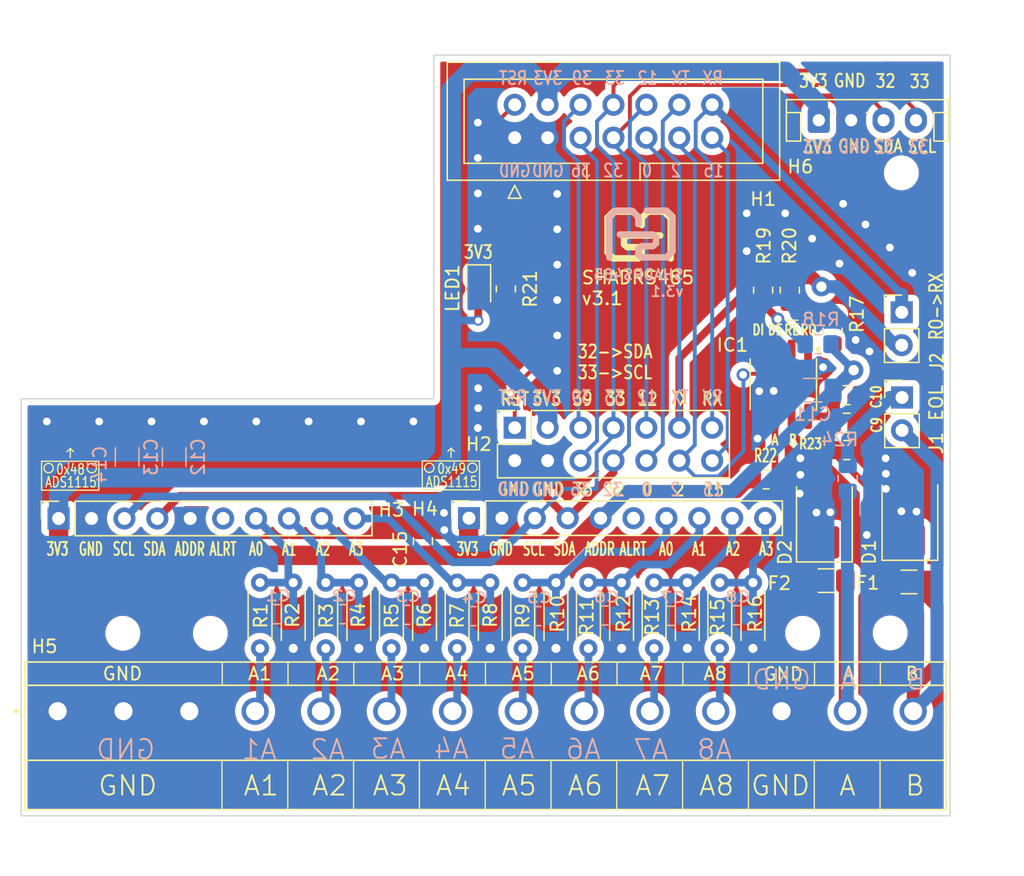
<source format=kicad_pcb>
(kicad_pcb (version 20240108) (generator "pcbnew") (generator_version "8.0")
  (layers (0 "F.Cu" signal) (31 "B.Cu" signal) (34 "B.Paste" user) (35 "F.Paste" user) (36 "B.SilkS" user "B.Silkscreen") (37 "F.SilkS" user "F.Silkscreen") (38 "B.Mask" user) (39 "F.Mask" user) (44 "Edge.Cuts" user))
  (net 0 "")
  (net 1 "GND")
  (net 2 "Net-(H3-Pin_7)")
  (net 3 "Net-(H3-Pin_8)")
  (net 4 "Net-(H3-Pin_9)")
  (net 5 "Net-(H3-Pin_10)")
  (net 6 "Net-(H4-Pin_7)")
  (net 7 "Net-(H4-Pin_8)")
  (net 8 "Net-(H4-Pin_9)")
  (net 9 "Net-(H4-Pin_10)")
  (net 10 "+3.3V")
  (net 11 "RX")
  (net 12 "RST")
  (net 13 "2")
  (net 14 "TX")
  (net 15 "33")
  (net 16 "32")
  (net 17 "39")
  (net 18 "15")
  (net 19 "12")
  (net 20 "36")
  (net 23 "Net-(D1-A1)")
  (net 24 "Net-(H5-Pin_10)")
  (net 25 "Net-(D2-A1)")
  (net 26 "Net-(H5-Pin_11)")
  (net 27 "Net-(IC1-RO)")
  (net 28 "Net-(IC1-DI)")
  (net 29 "Net-(J1-Pin_1)")
  (net 30 "Net-(J2-Pin_2)")
  (net 31 "Net-(LED1-K)")
  (net 32 "Net-(H5-Pin_4)")
  (net 33 "Net-(H5-Pin_5)")
  (net 34 "Net-(H5-Pin_6)")
  (net 35 "Net-(H5-Pin_7)")
  (net 36 "Net-(H5-Pin_8)")
  (net 37 "Net-(H5-Pin_9)")
  (net 38 "BOOT2")
  (net 39 "Net-(H5-Pin_14)")
  (net 40 "Net-(H5-Pin_13)")
  (footprint "Resistor_THT:R_Axial_DIN0204_L3.6mm_D1.6mm_P5.08mm_Horizontal" (layer "F.Cu") (at 107.14736 87.249 90)
    (property "Reference" "R14")
    (property "Value" "R_Small")
  )
  (footprint "Resistor_THT:R_Axial_DIN0204_L3.6mm_D1.6mm_P5.08mm_Horizontal" (layer "F.Cu") (at 97.00768 87.249 90)
    (property "Reference" "R10")
    (property "Value" "R_Small")
  )
  (footprint "MountingHole:MountingHole_2.2mm_M2" (layer "F.Cu") (at 122.809 86.0552)
    (property "Reference" "REF**" (hide yes))
    (property "Value" "MountingHole_2.2mm_M2")
  )
  (footprint "Connector_PinHeader_2.54mm:PinHeader_1x02_P2.54mm_Vertical" (layer "F.Cu") (at 123.7234 67.8688)
    (property "Reference" "J1")
    (property "Value" "Conn_01x02")
  )
  (footprint "MountingHole:MountingHole_2.2mm_M2" (layer "F.Cu") (at 70.3326 86.0806)
    (property "Reference" "REF**" (hide yes))
    (property "Value" "MountingHole_2.2mm_M2")
  )
  (footprint "Connector_PinHeader_2.54mm:PinHeader_1x02_P2.54mm_Vertical" (layer "F.Cu") (at 123.698 61.2902)
    (property "Reference" "J2")
    (property "Value" "Conn_01x02")
  )
  (footprint "Resistor_SMD:R_0805_2012Metric_Pad1.20x1.40mm_HandSolder" (layer "F.Cu") (at 115.062 59.579 -90)
    (property "Reference" "R20")
    (property "Value" "R_Small")
  )
  (footprint "Resistor_THT:R_Axial_DIN0204_L3.6mm_D1.6mm_P5.08mm_Horizontal" (layer "F.Cu") (at 74.168 82.169 -90)
    (property "Reference" "R1")
    (property "Value" "R_Small")
  )
  (footprint "Connector_PinSocket_2.54mm:PinSocket_1x10_P2.54mm_Vertical" (layer "F.Cu") (at 58.6186 77.2156 90)
    (property "Reference" "H3")
    (property "Value" "Conn_01x10")
  )
  (footprint "Resistor_THT:R_Axial_DIN0204_L3.6mm_D1.6mm_P5.08mm_Horizontal" (layer "F.Cu") (at 91.93784 87.249 90)
    (property "Reference" "R8")
    (property "Value" "R_Small")
  )
  (footprint "Connector_JST:JST_EH_S4B-EH_1x04_P2.50mm_Horizontal" (layer "F.Cu") (at 117.2972 46.4566)
    (property "Reference" "H6")
    (property "Value" "Conn_01x04")
  )
  (footprint "Resistor_THT:R_Axial_DIN0204_L3.6mm_D1.6mm_P5.08mm_Horizontal" (layer "F.Cu") (at 84.30768 82.169 -90)
    (property "Reference" "R5")
    (property "Value" "R_Small")
  )
  (footprint "Resistor_THT:R_Axial_DIN0204_L3.6mm_D1.6mm_P5.08mm_Horizontal" (layer "F.Cu") (at 104.58704 82.169 -90)
    (property "Reference" "R13")
    (property "Value" "R_Small")
  )
  (footprint "Resistor_THT:R_Axial_DIN0204_L3.6mm_D1.6mm_P5.08mm_Horizontal" (layer "F.Cu") (at 89.37752 82.169 -90)
    (property "Reference" "R7")
    (property "Value" "R_Small")
  )
  (footprint "Resistor_THT:R_Axial_DIN0204_L3.6mm_D1.6mm_P5.08mm_Horizontal" (layer "F.Cu") (at 112.2172 87.249 90)
    (property "Reference" "R16")
    (property "Value" "R_Small")
  )
  (footprint "Package_SO:SOIC-8_3.9x4.9mm_P1.27mm" (layer "F.Cu") (at 114.5652 66.8528 -90)
    (property "Reference" "IC1")
    (property "Value" "MAX3485")
  )
  (footprint "Diode_SMD:D_SMB" (layer "F.Cu") (at 117.729 76.9112 90)
    (property "Reference" "D2")
    (property "Value" "SM6T6V8A")
  )
  (footprint "Resistor_SMD:R_0805_2012Metric_Pad1.20x1.40mm_HandSolder" (layer "F.Cu") (at 113.2332 74.1934 180)
    (property "Reference" "R22")
    (property "Value" "R_Small")
  )
  (footprint "MountingHole:MountingHole_2.2mm_M2" (layer "F.Cu") (at 123.6726 50.5206)
    (property "Reference" "REF**" (hide yes))
    (property "Value" "MountingHole_2.2mm_M2")
  )
  (footprint "Resistor_SMD:R_0805_2012Metric_Pad1.20x1.40mm_HandSolder" (layer "F.Cu") (at 118.364 62.738 -90)
    (property "Reference" "R17")
    (property "Value" "R_Small")
  )
  (footprint "Capacitor_SMD:C_0805_2012Metric_Pad1.18x1.45mm_HandSolder" (layer "F.Cu") (at 119.4562 67.691 180)
    (property "Reference" "C10")
    (property "Value" "C_Small")
  )
  (footprint "Resistor_THT:R_Axial_DIN0204_L3.6mm_D1.6mm_P5.08mm_Horizontal" (layer "F.Cu") (at 86.868 87.249 90)
    (property "Reference" "R6")
    (property "Value" "R_Small")
  )
  (footprint "Resistor_THT:R_Axial_DIN0204_L3.6mm_D1.6mm_P5.08mm_Horizontal" (layer "F.Cu") (at 109.65688 82.169 -90)
    (property "Reference" "R15")
    (property "Value" "R_Small")
  )
  (footprint "Connector_PinSocket_2.54mm:PinSocket_1x10_P2.54mm_Vertical" (layer "F.Cu") (at 90.297 77.1906 90)
    (property "Reference" "H4")
    (property "Value" "Conn_01x10")
  )
  (footprint "Resistor_SMD:R_0805_2012Metric_Pad1.20x1.40mm_HandSolder" (layer "F.Cu") (at 93.1418 59.4868 -90)
    (property "Reference" "R21")
    (property "Value" "R_Small")
  )
  (footprint "MountingHole:MountingHole_2.2mm_M2" (layer "F.Cu") (at 116.0526 86.0806)
    (property "Reference" "REF**" (hide yes))
    (property "Value" "MountingHole_2.2mm_M2")
  )
  (footprint "Resistor_THT:R_Axial_DIN0204_L3.6mm_D1.6mm_P5.08mm_Horizontal" (layer "F.Cu") (at 81.79816 87.249 90)
    (property "Reference" "R4")
    (property "Value" "R_Small")
  )
  (footprint "Connector_IDC:IDC-Header_2x07_P2.54mm_Vertical" (layer "F.Cu") (at 93.8276 47.8028 90)
    (property "Reference" "H1")
    (property "Value" "Conn_02x07_Top_Bottom")
  )
  (footprint "Resistor_THT:R_Axial_DIN0204_L3.6mm_D1.6mm_P5.08mm_Horizontal" (layer "F.Cu") (at 99.5172 82.169 -90)
    (property "Reference" "R11")
    (property "Value" "R_Small")
  )
  (footprint "Resistor_THT:R_Axial_DIN0204_L3.6mm_D1.6mm_P5.08mm_Horizontal" (layer "F.Cu") (at 79.23784 82.169 -90)
    (property "Reference" "R3")
    (property "Value" "R_Small")
  )
  (footprint "Fuse:Fuse_1206_3216Metric_Pad1.42x1.75mm_HandSolder" (layer "F.Cu") (at 117.856 82.0166 180)
    (property "Reference" "F2")
    (property "Value" "Polyfuse")
  )
  (footprint "Resistor_THT:R_Axial_DIN0204_L3.6mm_D1.6mm_P5.08mm_Horizontal" (layer "F.Cu") (at 102.07752 87.249 90)
    (property "Reference" "R12")
    (property "Value" "R_Small")
  )
  (footprint "Connector_PinSocket_2.54mm:PinSocket_2x07_P2.54mm_Vertical" (layer "F.Cu") (at 93.8276 70.2056 90)
    (property "Reference" "H2")
    (property "Value" "Conn_02x07_Top_Bottom")
  )
  (footprint "MountingHole:MountingHole_2.2mm_M2" (layer "F.Cu") (at 63.5766 86.0806)
    (property "Reference" "REF**" (hide yes))
    (property "Value" "MountingHole_2.2mm_M2")
  )
  (footprint "Resistor_THT:R_Axial_DIN0204_L3.6mm_D1.6mm_P5.08mm_Horizontal" (layer "F.Cu") (at 94.44736 82.169 -90)
    (property "Reference" "R9")
    (property "Value" "R_Small")
  )
  (footprint "Resistor_SMD:R_0805_2012Metric_Pad1.20x1.40mm_HandSolder" (layer "F.Cu") (at 119.4562 71.9328)
    (property "Reference" "R23")
    (property "Value" "R_Small")
  )
  (footprint "Resistor_THT:R_Axial_DIN0204_L3.6mm_D1.6mm_P5.08mm_Horizontal" (layer "F.Cu") (at 76.72832 87.249 90)
    (property "Reference" "R2")
    (property "Value" "R_Small")
  )
  (footprint "Capacitor_SMD:C_0805_2012Metric_Pad1.18x1.45mm_HandSolder" (layer "F.Cu") (at 119.4562 69.8246 180)
    (property "Reference" "C9")
    (property "Value" "C_Small")
  )
  (footprint "extras:MSTB 2,5 14-G-5,08" (layer "F.Cu") (at 56.007 102.1004)
    (property "Reference" "H5")
    (property "Value" "Screw_Terminal_01x14")
  )
  (footprint "Fuse:Fuse_1206_3216Metric_Pad1.42x1.75mm_HandSolder" (layer "F.Cu") (at 124.2568 82.1182 180)
    (property "Reference" "F1")
    (property "Value" "Polyfuse")
  )
  (footprint "LED_SMD:LED_0805_2012Metric_Pad1.15x1.40mm_HandSolder" (layer "F.Cu") (at 91.0082 59.4868 -90)
    (property "Reference" "LED1")
    (property "Value" "LED_Small")
  )
  (footprint "Diode_SMD:D_SMB" (layer "F.Cu") (at 124.333 76.7842 90)
    (property "Reference" "D1")
    (property "Value" "SM6T6V8A")
  )
  (footprint "Resistor_SMD:R_0805_2012Metric_Pad1.20x1.40mm_HandSolder" (layer "F.Cu") (at 113.0046 59.579 -90)
    (property "Reference" "R19")
    (property "Value" "R_Small")
  )
  (footprint "Capacitor_SMD:C_0805_2012Metric_Pad1.18x1.45mm_HandSolder" (layer "F.Cu") (at 86.741 78.9686 -90)
    (property "Reference" "C15")
    (property "Value" "C_Small")
  )
  (footprint "Capacitor_SMD:C_0805_2012Metric_Pad1.18x1.45mm_HandSolder" (layer "B.Cu") (at 110.8964 84.6836)
    (property "Reference" "C8")
    (property "Value" "C_Small")
  )
  (footprint "Capacitor_SMD:C_0805_2012Metric_Pad1.18x1.45mm_HandSolder" (layer "B.Cu") (at 85.4456 84.6582)
    (property "Reference" "C3")
    (property "Value" "C_Small")
  )
  (footprint "Capacitor_SMD:C_1206_3216Metric_Pad1.33x1.80mm_HandSolder" (layer "B.Cu") (at 63.9064 72.4662 90)
    (property "Reference" "C13")
    (property "Value" "C_Small")
  )
  (footprint "Capacitor_SMD:C_1206_3216Metric_Pad1.33x1.80mm_HandSolder" (layer "B.Cu") (at 116.84 67.31)
    (property "Reference" "C11")
    (property "Value" "C_Small")
  )
  (footprint "Capacitor_SMD:C_0805_2012Metric_Pad1.18x1.45mm_HandSolder" (layer "B.Cu") (at 105.8672 84.7344)
    (property "Reference" "C7")
    (property "Value" "C_Small")
  )
  (footprint "Capacitor_SMD:C_0805_2012Metric_Pad1.18x1.45mm_HandSolder" (layer "B.Cu") (at 80.5903 84.6074)
    (property "Reference" "C2")
    (property "Value" "C_Small")
  )
  (footprint "Capacitor_SMD:C_1206_3216Metric_Pad1.33x1.80mm_HandSolder" (layer "B.Cu") (at 67.5386 72.4662 90)
    (property "Reference" "C12")
    (property "Value" "C_Small")
  )
  (footprint "Capacitor_SMD:C_0805_2012Metric_Pad1.18x1.45mm_HandSolder" (layer "B.Cu") (at 95.5802 84.7598)
    (property "Reference" "C5")
    (property "Value" "C_Small")
  )
  (footprint "Capacitor_SMD:C_0805_2012Metric_Pad1.18x1.45mm_HandSolder" (layer "B.Cu") (at 75.4126 84.6074)
    (property "Reference" "C1")
    (property "Value" "C_Small")
  )
  (footprint "Capacitor_SMD:C_0805_2012Metric_Pad1.18x1.45mm_HandSolder" (layer "B.Cu") (at 60.1218 73.0504 90)
    (property "Reference" "C14")
    (property "Value" "C_Small")
  )
  (footprint "Resistor_SMD:R_0805_2012Metric_Pad1.20x1.40mm_HandSolder" (layer "B.Cu") (at 119.5324 74.1172 90)
    (property "Reference" "R24")
    (property "Value" "R_Small")
  )
  (footprint "Capacitor_SMD:C_0805_2012Metric_Pad1.18x1.45mm_HandSolder" (layer "B.Cu") (at 100.7579 84.709)
    (property "Reference" "C6")
    (property "Value" "C_Small")
  )
  (footprint "Capacitor_SMD:C_0805_2012Metric_Pad1.18x1.45mm_HandSolder" (layer "B.Cu") (at 90.5764 84.7598)
    (property "Reference" "C4")
    (property "Value" "C_Small")
  )
  (footprint "Resistor_SMD:R_0805_2012Metric_Pad1.20x1.40mm_HandSolder" (layer "B.Cu") (at 117.2464 63.754 180)
    (property "Reference" "R18")
    (property "Value" "R_Small")
  )
  (gr_line (start 101.1301 57.0611) (end 101.1301 53.96865) (stroke (width 0.5)) (layer "B.SilkS"))
  (gr_line (start 104.7369 55.499) (end 104.4829 55.2831) (stroke (width 0.5)) (layer "B.SilkS"))
  (gr_line (start 103.3653 54.483) (end 103.3653 53.9242) (stroke (width 0.5)) (layer "B.SilkS"))
  (gr_line (start 103.6193 57.0484) (end 103.3653 56.8325) (stroke (width 0.5)) (layer "B.SilkS"))
  (gr_line (start 101.173833 53.900514) (end 101.631033 53.443314) (stroke (width 0.5)) (layer "B.SilkS"))
  (gr_line (start 104.4829 56.1848) (end 103.6193 56.1848) (stroke (width 0.5)) (layer "B.SilkS"))
  (gr_line (start 103.3653 56.4007) (end 103.6193 56.1848) (stroke (width 0.5)) (layer "B.SilkS"))
  (gr_line (start 104.4829 55.2831) (end 101.9429 55.2831) (stroke (width 0.5)) (layer "B.SilkS"))
  (gr_line (start 101.1301 53.9369) (end 101.5873 53.4797) (stroke (width 0.5)) (layer "B.SilkS"))
  (gr_line (start 106.0069 53.8988) (end 105.5497 53.4416) (stroke (width 0.5)) (layer "B.SilkS"))
  (gr_line (start 105.5497 53.4416) (end 104.0257 53.4416) (stroke (width 0.5)) (layer "B.SilkS"))
  (gr_line (start 105.5751 57.0484) (end 103.6193 57.0484) (stroke (width 0.5)) (layer "B.SilkS"))
  (gr_line (start 106.0069 56.5912) (end 106.0069 53.8988) (stroke (width 0.5)) (layer "B.SilkS"))
  (gr_line (start 104.7369 55.9689) (end 104.7369 55.5371) (stroke (width 0.5)) (layer "B.SilkS"))
  (gr_line (start 104.4829 56.1848) (end 104.7369 55.9689) (stroke (width 0.5)) (layer "B.SilkS"))
  (gr_line (start 105.5497 57.0484) (end 106.0069 56.5912) (stroke (width 0.5)) (layer "B.SilkS"))
  (gr_line (start 103.3653 56.8071) (end 103.3653 56.4007) (stroke (width 0.5)) (layer "B.SilkS"))
  (gr_line (start 102.8573 53.4416) (end 101.6381 53.4416) (stroke (width 0.5)) (layer "B.SilkS"))
  (gr_line (start 103.3653 53.9242) (end 102.9081 53.467) (stroke (width 0.5)) (layer "B.SilkS"))
  (gr_line (start 59.5249 71.8058) (end 59.7789 72.0598) (stroke (width 0.1)) (layer "F.SilkS"))
  (gr_line (start 88.9127 71.7804) (end 89.1667 72.0344) (stroke (width 0.1)) (layer "F.SilkS"))
  (gr_line (start 102.2604 55.6133) (end 102.2604 56.0451) (stroke (width 0.5)) (layer "F.SilkS"))
  (gr_line (start 103.378 56.261) (end 103.632 56.4769) (stroke (width 0.5)) (layer "F.SilkS"))
  (gr_line (start 102.9716 53.5178) (end 101.4476 53.5178) (stroke (width 0.5)) (layer "F.SilkS"))
  (gr_line (start 100.9904 56.6674) (end 101.4476 57.1246) (stroke (width 0.5)) (layer "F.SilkS"))
  (gr_line (start 105.3592 53.5178) (end 104.14 53.5178) (stroke (width 0.5)) (layer "F.SilkS"))
  (gr_line (start 103.632 56.9087) (end 103.378 57.1246) (stroke (width 0.5)) (layer "F.SilkS"))
  (gr_line (start 59.5249 72.517) (end 59.5249 71.8058) (stroke (width 0.1)) (layer "F.SilkS"))
  (gr_rect (start 57.3024 72.7964) (end 61.722 75.0316) (stroke (width 0.1)) (fill none) (layer "F.SilkS"))
  (gr_line (start 59.5249 71.8058) (end 59.2709 72.0598) (stroke (width 0.1)) (layer "F.SilkS"))
  (gr_line (start 100.9904 53.975) (end 100.9904 56.6674) (stroke (width 0.5)) (layer "F.SilkS"))
  (gr_circle (center 61.1759 73.324399) (end 61.4553 73.552999) (stroke (width 0.1)) (fill none) (layer "F.SilkS"))
  (gr_line (start 88.9127 72.4916) (end 88.9127 71.7804) (stroke (width 0.1)) (layer "F.SilkS"))
  (gr_circle (center 90.5637 73.298999) (end 90.8431 73.527599) (stroke (width 0.1)) (fill none) (layer "F.SilkS"))
  (gr_circle (center 87.2363 73.298999) (end 87.5157 73.527599) (stroke (width 0.1)) (fill none) (layer "F.SilkS"))
  (gr_line (start 105.8672 54.04485) (end 105.8672 57.1373) (stroke (width 0.5)) (layer "F.SilkS"))
  (gr_line (start 102.5144 55.3593) (end 102.2604 55.5752) (stroke (width 0.5)) (layer "F.SilkS"))
  (gr_line (start 88.9127 71.7804) (end 88.6587 72.0344) (stroke (width 0.1)) (layer "F.SilkS"))
  (gr_line (start 102.2604 56.0451) (end 102.5144 56.261) (stroke (width 0.5)) (layer "F.SilkS"))
  (gr_line (start 104.0892 53.5432) (end 103.632 54.0004) (stroke (width 0.5)) (layer "F.SilkS"))
  (gr_line (start 103.378 56.261) (end 102.5144 56.261) (stroke (width 0.5)) (layer "F.SilkS"))
  (gr_line (start 105.0544 55.3593) (end 102.5144 55.3593) (stroke (width 0.5)) (layer "F.SilkS"))
  (gr_line (start 105.41 53.5559) (end 105.8672 54.0131) (stroke (width 0.5)) (layer "F.SilkS"))
  (gr_line (start 103.378 57.1246) (end 101.4222 57.1246) (stroke (width 0.5)) (layer "F.SilkS"))
  (gr_line (start 114.7318 61.8998) (end 115.697 61.8998) (stroke (width 0.1)) (layer "F.SilkS"))
  (gr_line (start 103.632 56.4769) (end 103.632 56.8833) (stroke (width 0.5)) (layer "F.SilkS"))
  (gr_line (start 103.632 54.0004) (end 103.632 54.5592) (stroke (width 0.5)) (layer "F.SilkS"))
  (gr_rect (start 86.6902 72.771) (end 91.1098 75.0062) (stroke (width 0.1)) (fill none) (layer "F.SilkS"))
  (gr_line (start 105.366267 53.519514) (end 105.823467 53.976714) (stroke (width 0.5)) (layer "F.SilkS"))
  (gr_circle (center 57.8485 73.324399) (end 58.1279 73.552999) (stroke (width 0.1)) (fill none) (layer "F.SilkS"))
  (gr_line (start 101.4476 53.5178) (end 100.9904 53.975) (stroke (width 0.5)) (layer "F.SilkS"))
  (gr_line (start 55.7276 67.9704) (end 87.5792 67.9704) (stroke (width 0.1)) (layer "Edge.Cuts"))
  (gr_line (start 87.5792 41.4274) (end 127.4318 41.4274) (stroke (width 0.1)) (layer "Edge.Cuts"))
  (gr_line (start 127.4318 100.1776) (end 55.7276 100.1776) (stroke (width 0.1)) (layer "Edge.Cuts"))
  (gr_line (start 127.4318 41.4274) (end 127.4318 100.1776) (stroke (width 0.1)) (layer "Edge.Cuts"))
  (gr_line (start 87.5792 63.6651) (end 87.5792 41.4274) (stroke (width 0.1)) (layer "Edge.Cuts"))
  (gr_line (start 55.7276 75.5396) (end 55.7276 67.9704) (stroke (width 0.1)) (layer "Edge.Cuts"))
  (gr_line (start 55.7276 100.1776) (end 55.7276 75.5396) (stroke (width 0.1)) (layer "Edge.Cuts"))
  (gr_line (start 87.5792 67.9704) (end 87.5792 63.6651) (stroke (width 0.1)) (layer "Edge.Cuts"))
  (gr_text "15" (at 110.0328 50.927 0) (layer "B.SilkS") (effects (font (size 1 0.8)) (justify left bottom mirror)))
  (gr_text "RST" (at 94.8436 68.4276 0) (layer "B.SilkS") (effects (font (size 1 0.8)) (justify left bottom mirror)))
  (gr_text "A1" (at 72.644 95.9358 -0) (layer "B.SilkS") (effects (font (size 1.5 1.5)) (justify right bottom mirror)))
  (gr_text "B" (at 123.952 90.551 -0) (layer "B.SilkS") (effects (font (size 1.5 1.5)) (justify right bottom mirror)))
  (gr_text "A2" (at 77.9272 95.9358 -0) (layer "B.SilkS") (effects (font (size 1.5 1.5)) (justify right bottom mirror)))
  (gr_text "39" (at 99.826303 68.4276 0) (layer "B.SilkS") (effects (font (size 1 0.8)) (justify left bottom mirror)))
  (gr_text "3V3" (at 116.0526 49.1236 -0) (layer "B.SilkS") (effects (font (size 1 0.8)) (justify right bottom mirror)))
  (gr_text "0" (at 104.465897 75.565 0) (layer "B.SilkS") (effects (font (size 1 0.8)) (justify left bottom mirror)))
  (gr_text "A3" (at 82.6008 95.885 -0) (layer "B.SilkS") (effects (font (size 1.5 1.5)) (justify right bottom mirror)))
  (gr_text "GND" (at 112.0394 90.551 -0) (layer "B.SilkS") (effects (font (size 1.5 1.5)) (justify right bottom mirror)))
  (gr_text "RX" (at 109.935503 68.4276 0) (layer "B.SilkS") (effects (font (size 1 0.8)) (justify left bottom mirror)))
  (gr_text "GND" (at 97.709497 50.927 0) (layer "B.SilkS") (effects (font (size 1 0.8)) (justify left bottom mirror)))
  (gr_text "15" (at 109.982 75.565 0) (layer "B.SilkS") (effects (font (size 1 0.8)) (justify left bottom mirror)))
  (gr_text "36" (at 99.792297 50.927 0) (layer "B.SilkS") (effects (font (size 1 0.8)) (justify left bottom mirror)))
  (gr_text "33" (at 102.417103 43.7896 0) (layer "B.SilkS") (effects (font (size 1 0.8)) (justify left bottom mirror)))
  (gr_text "33" (at 102.366303 68.4276 0) (layer "B.SilkS") (effects (font (size 1 0.8)) (justify left bottom mirror)))
  (gr_text "SHADRS485\nv3.1" (at 106.9467 60.1472 0) (layer "B.SilkS") (effects (font (size 0.8 0.8)) (justify left bottom mirror)))
  (gr_text "32" (at 102.281497 50.927 0) (layer "B.SilkS") (effects (font (size 1 0.8)) (justify left bottom mirror)))
  (gr_text "GND" (at 95.1484 50.927 0) (layer "B.SilkS") (effects (font (size 1 0.8)) (justify left bottom mirror)))
  (gr_text "GND" (at 97.658697 75.565 0) (layer "B.SilkS") (effects (font (size 1 0.8)) (justify left bottom mirror)))
  (gr_text "2" (at 106.751897 50.927 0) (layer "B.SilkS") (effects (font (size 1 0.8)) (justify left bottom mirror)))
  (gr_text "GND" (at 95.0214 75.5396 0) (layer "B.SilkS") (effects (font (size 1 0.8)) (justify left bottom mirror)))
  (gr_text "GND" (at 61.4172 95.9358 -0) (layer "B.SilkS") (effects (font (size 1.5 1.5)) (justify right bottom mirror)))
  (gr_text "0" (at 104.516697 50.927 0) (layer "B.SilkS") (effects (font (size 1 0.8)) (justify left bottom mirror)))
  (gr_text "A5" (at 92.5576 95.885 -0) (layer "B.SilkS") (effects (font (size 1.5 1.5)) (justify right bottom mirror)))
  (gr_text "3V3" (at 97.536 68.4276 0) (layer "B.SilkS") (effects (font (size 1 0.8)) (justify left bottom mirror)))
  (gr_text "A" (at 118.8466 90.551 -0) (layer "B.SilkS") (effects (font (size 1.5 1.5)) (justify right bottom mirror)))
  (gr_text "12" (at 104.931703 43.7896 0) (layer "B.SilkS") (effects (font (size 1 0.8)) (justify left bottom mirror)))
  (gr_text "RST" (at 94.8944 43.7896 0) (layer "B.SilkS") (effects (font (size 1 0.8)) (justify left bottom mirror)))
  (gr_text "RX" (at 109.986303 43.7896 0) (layer "B.SilkS") (effects (font (size 1 0.8)) (justify left bottom mirror)))
  (gr_text "2" (at 106.701097 75.565 0) (layer "B.SilkS") (effects (font (size 1 0.8)) (justify left bottom mirror)))
  (gr_text "A7" (at 102.87 95.9358 -0) (layer "B.SilkS") (effects (font (size 1.5 1.5)) (justify right bottom mirror)))
  (gr_text "A6" (at 97.663 95.9104 -0) (layer "B.SilkS") (effects (font (size 1.5 1.5)) (justify right bottom mirror)))
  (gr_text "36" (at 99.741497 75.565 0) (layer "B.SilkS") (effects (font (size 1 0.8)) (justify left bottom mirror)))
  (gr_text "TX" (at 107.420903 43.7896 0) (layer "B.SilkS") (effects (font (size 1 0.8)) (justify left bottom mirror)))
  (gr_text "GND" (at 118.7196 49.0982 -0) (layer "B.SilkS") (effects (font (size 1 0.8)) (justify right bottom mirror)))
  (gr_text "33" (at 124.1552 49.149 -0) (layer "B.SilkS") (effects (font (size 1 0.8)) (justify right bottom mirror)))
  (gr_text "12" (at 104.880903 68.4276 0) (layer "B.SilkS") (effects (font (size 1 0.8)) (justify left bottom mirror)))
  (gr_text "32" (at 102.230697 75.565 0) (layer "B.SilkS") (effects (font (size 1 0.8)) (justify left bottom mirror)))
  (gr_text "39" (at 99.877103 43.7896 0) (layer "B.SilkS") (effects (font (size 1 0.8)) (justify left bottom mirror)))
  (gr_text "32" (at 121.5136 49.1236 -0) (layer "B.SilkS") (effects (font (size 1 0.8)) (justify right bottom mirror)))
  (gr_text "TX" (at 107.370103 68.4276 0) (layer "B.SilkS") (effects (font (size 1 0.8)) (justify left bottom mirror)))
  (gr_text "A4" (at 87.4776 95.885 -0) (layer "B.SilkS") (effects (font (size 1.5 1.5)) (justify right bottom mirror)))
  (gr_text "3V3" (at 97.5868 43.7896 0) (layer "B.SilkS") (effects (font (size 1 0.8)) (justify left bottom mirror)))
  (gr_text "A8" (at 107.7976 95.9358 -0) (layer "B.SilkS") (effects (font (size 1.5 1.5)) (justify right bottom mirror)))
  (gr_text "3V3" (at 89.8144 57.2262 0) (layer "F.SilkS") (effects (font (size 1 0.8)) (justify left bottom)))
  (gr_text "GND" (at 61.5696 98.7298 0) (layer "F.SilkS") (effects (font (size 1.5 1.5)) (justify left bottom)))
  (gr_text "EOL" (at 126.9492 69.7738 90) (layer "F.SilkS") (effects (font (size 1 1)) (justify left bottom)))
  (gr_text "ADDR" (at 67.4878 80.1624 0) (layer "F.SilkS") (effects (font (size 1 0.6)) (justify left bottom)))
  (gr_text "A7" (at 103.0224 98.7298 0) (layer "F.SilkS") (effects (font (size 1.5 1.5)) (justify left bottom)))
  (gr_text "32->SDA\n33->SCL" (at 98.6028 66.5226 0) (layer "F.SilkS") (effects (font (size 1 0.8)) (justify left bottom)))
  (gr_text "A2" (at 78.4352 89.789 0) (layer "F.SilkS") (effects (font (size 1 1)) (justify left bottom)))
  (gr_text "0x49" (at 87.7951 73.8378 0) (layer "F.SilkS") (effects (font (size 0.8 0.6) (thickness 0.1) (bold yes)) (justify left bottom)))
  (gr_text "ADS1115" (at 86.9061 74.8538 0) (layer "F.SilkS") (effects (font (size 0.8 0.6) (thickness 0.1)) (justify left bottom)))
  (gr_text "SCL" (at 124.0536 49.0474 0) (layer "F.SilkS") (effects (font (size 1 0.8)) (justify left bottom)))
  (gr_text "0" (at 103.6066 75.565 0) (layer "F.SilkS") (effects (font (size 1 0.8)) (justify left bottom)))
  (gr_text "3V3" (at 95.0976 68.58 0) (layer "F.SilkS") (effects (font (size 1 0.8)) (justify left bottom)))
  (gr_text "A3" (at 82.7532 98.7298 0) (layer "F.SilkS") (effects (font (size 1.5 1.5)) (justify left bottom)))
  (gr_text "RE" (at 114.554 63.119 0) (layer "F.SilkS") (effects (font (size 0.8 0.6)) (justify left bottom)))
  (gr_text "GND" (at 92.4306 75.5396 0) (layer "F.SilkS") (effects (font (size 1 0.8)) (justify left bottom)))
  (gr_text "33" (at 100.7618 68.58 0) (layer "F.SilkS") (effects (font (size 1 0.8)) (justify left bottom)))
  (gr_text "ADDR" (at 99.1362 80.1624 0) (layer "F.SilkS") (effects (font (size 1 0.6)) (justify left bottom)))
  (gr_text "3V3" (at 57.6072 80.1624 0) (layer "F.SilkS") (effects (font (size 1 0.6)) (justify left bottom)))
  (gr_text "39" (at 98.1964 68.58 0) (layer "F.SilkS") (effects (font (size 1 0.8)) (justify left bottom)))
  (gr_text "TX" (at 105.791 68.58 0) (layer "F.SilkS") (effects (font (size 1 0.8)) (justify left bottom)))
  (gr_text "SCL" (at 62.7126 80.1624 0) (layer "F.SilkS") (effects (font (size 1 0.6)) (justify left bottom)))
  (gr_text "GND" (at 111.9632 98.7298 0) (layer "F.SilkS") (effects (font (size 1.5 1.5)) (justify left bottom)))
  (gr_text "RO->RX" (at 126.9492 63.5254 90) (layer "F.SilkS") (effects (font (size 1 0.8)) (justify left bottom)))
  (gr_text "DI" (at 112.0902 63.119 0) (layer "F.SilkS") (effects (font (size 0.8 0.6)) (justify left bottom)))
  (gr_text "ALRT" (at 70.1802 80.1624 0) (layer "F.SilkS") (effects (font (size 1 0.6)) (justify left bottom)))
  (gr_text "A5" (at 93.472 89.789 0) (layer "F.SilkS") (effects (font (size 1 1)) (justify left bottom)))
  (gr_text "B" (at 114.9096 71.628 0) (layer "F.SilkS") (effects (font (size 0.8 0.6)) (justify left bottom)))
  (gr_text "3V3" (at 115.6716 44.0182 0) (layer "F.SilkS") (effects (font (size 1 0.8)) (justify left bottom)))
  (gr_text "3V3" (at 89.2556 80.1624 0) (layer "F.SilkS") (effects (font (size 1 0.6)) (justify left bottom)))
  (gr_text "ADS1115" (at 57.5183 74.8792 0) (layer "F.SilkS") (effects (font (size 0.8 0.6) (thickness 0.1)) (justify left bottom)))
  (gr_text "A1" (at 73.152 89.789 0) (layer "F.SilkS") (effects (font (size 1 1)) (justify left bottom)))
  (gr_text "A" (at 119.0752 89.7636 0) (layer "F.SilkS") (effects (font (size 1 1)) (justify left bottom)))
  (gr_text "A8" (at 107.95 98.7298 0) (layer "F.SilkS") (effects (font (size 1.5 1.5)) (justify left bottom)))
  (gr_text "33" (at 124.2314 44.0436 0) (layer "F.SilkS") (effects (font (size 1 0.8)) (justify left bottom)))
  (gr_text "A1" (at 75.7682 80.1624 0) (layer "F.SilkS") (effects (font (size 1 0.6)) (justify left bottom)))
  (gr_text "A6" (at 97.8154 98.7298 0) (layer "F.SilkS") (effects (font (size 1.5 1.5)) (justify left bottom)))
  (gr_text "A2" (at 78.0796 98.7298 0) (layer "F.SilkS") (effects (font (size 1.5 1.5)) (justify left bottom)))
  (gr_text "32" (at 121.5898 44.0182 0) (layer "F.SilkS") (effects (font (size 1 0.8)) (justify left bottom)))
  (gr_text "RX" (at 108.204 68.58 0) (layer "F.SilkS") (effects (font (size 1 0.8)) (justify left bottom)))
  (gr_text "0x48" (at 58.3692 73.8886 0) (layer "F.SilkS") (effects (font (size 0.8 0.6) (thickness 0.1) (bold yes)) (justify left bottom)))
  (gr_text "A4" (at 87.63 98.7298 0) (layer "F.SilkS") (effects (font (size 1.5 1.5)) (justify left bottom)))
  (gr_text "DE" (at 113.284 63.119 0) (layer "F.SilkS") (effects (font (size 0.8 0.6)) (justify left bottom)))
  (gr_text "SCL" (at 94.361 80.1624 0) (layer "F.SilkS") (effects (font (size 1 0.6)) (justify left bottom)))
  (gr_text "15" (at 108.3564 75.565 0) (layer "F.SilkS") (effects (font (size 1 0.8)) (justify left bottom)))
  (gr_text "GND" (at 91.7448 80.1624 0) (layer "F.SilkS") (effects (font (size 1 0.6)) (justify left bottom)))
  (gr_text "A1" (at 72.7964 98.7298 0) (layer "F.SilkS") (effects (font (size 1.5 1.5)) (justify left bottom)))
  (gr_text "GND" (at 61.9252 89.789 0) (layer "F.SilkS") (effects (font (size 1 1)) (justify left bottom)))
  (gr_text "A3" (at 83.4136 89.789 0) (layer "F.SilkS") (effects (font (size 1 1)) (justify left bottom)))
  (gr_text "A" (at 113.5634 71.628 0) (layer "F.SilkS") (effects (font (size 0.8 0.6)) (justify left bottom)))
  (gr_text "SDA" (at 65.0748 80.1624 0) (layer "F.SilkS") (effects (font (size 1 0.6)) (justify left bottom)))
  (gr_text "A3" (at 80.9498 80.1624 0) (layer "F.SilkS") (effects (font (size 1 0.6)) (justify left bottom)))
  (gr_text "A8" (at 108.3056 89.789 0) (layer "F.SilkS") (effects (font (size 1 1)) (justify left bottom)))
  (gr_text "B" (at 123.8758 98.7298 0) (layer "F.SilkS") (effects (font (size 1.5 1.5)) (justify left bottom)))
  (gr_text "A2" (at 110.0328 80.1624 0) (layer "F.SilkS") (effects (font (size 1 0.6)) (justify left bottom)))
  (gr_text "RO" (at 115.7986 63.119 0) (layer "F.SilkS") (effects (font (size 0.8 0.6)) (justify left bottom)))
  (gr_text "SHADRS485\nv3.1" (at 98.9076 60.8076 0) (layer "F.SilkS") (effects (font (size 1 1)) (justify left bottom)))
  (gr_text "A1" (at 107.4166 80.1624 0) (layer "F.SilkS") (effects (font (size 1 0.6)) (justify left bottom)))
  (gr_text "A7" (at 103.378 89.789 0) (layer "F.SilkS") (effects (font (size 1 1)) (justify left bottom)))
  (gr_text "GND" (at 112.9284 89.8144 0) (layer "F.SilkS") (effects (font (size 1 1)) (justify left bottom)))
  (gr_text "A4" (at 88.3412 89.789 0) (layer "F.SilkS") (effects (font (size 1 1)) (justify left bottom)))
  (gr_text "A2" (at 78.3844 80.1624 0) (layer "F.SilkS") (effects (font (size 1 0.6)) (justify left bottom)))
  (gr_text "A0\n" (at 73.2282 80.1624 0) (layer "F.SilkS") (effects (font (size 1 0.6)) (justify left bottom)))
  (gr_text "ALRT" (at 101.8286 80.1624 0) (layer "F.SilkS") (effects (font (size 1 0.6)) (justify left bottom)))
  (gr_text "B" (at 123.9012 89.789 0) (layer "F.SilkS") (effects (font (size 1 1)) (justify left bottom)))
  (gr_text "2" (at 106.0704 75.565 0) (layer "F.SilkS") (effects (font (size 1 0.8)) (justify left bottom)))
  (gr_text "12" (at 103.2256 68.58 0) (layer "F.SilkS") (effects (font (size 1 0.8)) (justify left bottom)))
  (gr_text "SDA" (at 96.7232 80.1624 0) (layer "F.SilkS") (effects (font (size 1 0.6)) (justify left bottom)))
  (gr_text "A0\n" (at 104.8766 80.1624 0) (layer "F.SilkS") (effects (font (size 1 0.6)) (justify left bottom)))
  (gr_text "A" (at 118.7704 98.7298 0) (layer "F.SilkS") (effects (font (size 1.5 1.5)) (justify left bottom)))
  (gr_text "GND" (at 60.0964 80.1624 0) (layer "F.SilkS") (effects (font (size 1 0.6)) (justify left bottom)))
  (gr_text "32" (at 100.6856 75.565 0) (layer "F.SilkS") (effects (font (size 1 0.8)) (justify left bottom)))
  (gr_text "3V3" (at 115.9764 49.0982 0) (layer "F.SilkS") (effects (font (size 1 0.8)) (justify left bottom)))
  (gr_text "36" (at 98.2472 75.565 0) (layer "F.SilkS") (effects (font (size 1 0.8)) (justify left bottom)))
  (gr_text "A5" (at 92.71 98.7298 0) (layer "F.SilkS") (effects (font (size 1.5 1.5)) (justify left bottom)))
  (gr_text "A6" (at 98.5012 89.789 0) (layer "F.SilkS") (effects (font (size 1 1)) (justify left bottom)))
  (gr_text "GND" (at 95.123 75.565 0) (layer "F.SilkS") (effects (font (size 1 0.8)) (justify left bottom)))
  (gr_text "GND" (at 118.364 43.9928 0) (layer "F.SilkS") (effects (font (size 1 0.8)) (justify left bottom)))
  (gr_text "GND" (at 118.6942 49.0474 0) (layer "F.SilkS") (effects (font (size 1 0.8)) (justify left bottom)))
  (gr_text "SDA" (at 121.412 49.022 0) (layer "F.SilkS") (effects (font (size 1 0.8)) (justify left bottom)))
  (gr_text "RST" (at 92.6592 68.58 0) (layer "F.SilkS") (effects (font (size 1 0.8)) (justify left bottom)))
  (gr_text "A3" (at 112.5982 80.1624 0) (layer "F.SilkS") (effects (font (size 1 0.6)) (justify left bottom)))
  (segment (start 68.9864 76.9874) (end 68.7324 77.2414) (width 0.6) (layer "F.Cu") (net 1))
  (via (at 121.2088 64.3128) (size 1) (drill 0.6) (layers "F.Cu" "B.Cu") (net 1))
  (via (at 124.841 76.6826) (size 1) (drill 0.6) (layers "F.Cu" "B.Cu") (net 1))
  (via (at 81.962168 69.723) (size 1) (drill 0.6) (layers "F.Cu" "B.Cu") (net 1))
  (via (at 97.1042 57.61228) (size 1) (drill 0.6) (layers "F.Cu" "B.Cu") (net 1))
  (via (at 120.142 63.4238) (size 1) (drill 0.6) (layers "F.Cu" "B.Cu") (net 1))
  (via (at 65.793256 69.723) (size 1) (drill 0.6) (layers "F.Cu" "B.Cu") (net 1))
  (via (at 77.91994 69.723) (size 1) (drill 0.6) (layers "F.Cu" "B.Cu") (net 1))
  (via (at 122.4788 74.93) (size 1) (drill 0.6) (layers "F.Cu" "B.Cu") (net 1))
  (via (at 116.7892 55.6006) (size 1) (drill 0.6) (layers "F.Cu" "B.Cu") (net 1))
  (via (at 122.7836 56.2864) (size 1) (drill 0.6) (layers "F.Cu" "B.Cu") (net 1))
  (via (at 123.6726 76.6572) (size 1) (drill 0.6) (layers "F.Cu" "B.Cu") (net 1))
  (via (at 120.904 54.5084) (size 1) (drill 0.6) (layers "F.Cu" "B.Cu") (net 1))
  (via (at 119.1768 52.9082) (size 1) (drill 0.6) (layers "F.Cu" "B.Cu") (net 1))
  (via (at 90.9828 54.8386) (size 1) (drill 0.6) (layers "F.Cu" "B.Cu") (net 1))
  (via (at 115.824 75.2856) (size 1) (drill 0.6) (layers "F.Cu" "B.Cu") (net 1))
  (via (at 114.7064 53.6448) (size 1) (drill 0.6) (layers "F.Cu" "B.Cu") (net 1))
  (via (at 69.835484 69.723) (size 1) (drill 0.6) (layers "F.Cu" "B.Cu") (net 1))
  (via (at 118.1862 76.7334) (size 1) (drill 0.6) (layers "F.Cu" "B.Cu") (net 1))
  (via (at 111.7346 56.5658) (size 1) (drill 0.6) (layers "F.Cu" "B.Cu") (net 1))
  (via (at 117.6274 65.532) (size 1) (drill 0.6) (layers "F.Cu" "B.Cu") (net 1))
  (via (at 117.1194 76.7588) (size 1) (drill 0.6) (layers "F.Cu" "B.Cu") (net 1))
  (via (at 90.9828 49.37252) (size 1) (drill 0.6) (layers "F.Cu" "B.Cu") (net 1))
  (via (at 73.877712 69.723) (size 1) (drill 0.6) (layers "F.Cu" "B.Cu") (net 1))
  (via (at 97.1042 63.07836) (size 1) (drill 0.6) (layers "F.Cu" "B.Cu") (net 1))
  (via (at 115.8748 72.5678) (size 1) (drill 0.6) (layers "F.Cu" "B.Cu") (net 1))
  (via (at 113.8174 67.3608) (size 1) (drill 0.6) (layers "F.Cu" "B.Cu") (net 1))
  (via (at 121.0056 78.486) (size 1) (drill 0.6) (layers "F.Cu" "B.Cu") (net 1))
  (via (at 61.751028 69.723) (size 1) (drill 0.6) (layers "F.Cu" "B.Cu") (net 1))
  (via (at 122.4534 72.5678) (size 1) (drill 0.6) (layers "F.Cu" "B.Cu") (net 1))
  (via (at 57.7088 69.723) (size 1) (drill 0.6) (layers "F.Cu" "B.Cu") (net 1))
  (via (at 124.5108 58.2422) (size 1) (drill 0.6) (layers "F.Cu" "B.Cu") (net 1))
  (via (at 88.3666 76.7842) (size 1) (drill 0.6) (layers "F.Cu" "B.Cu") (net 1))
  (via (at 97.1042 65.8114) (size 1) (drill 0.6) (layers "F.Cu" "B.Cu") (net 1))
  (via (at 112.5728 71.0438) (size 1) (drill 0.6) (layers "F.Cu" "B.Cu") (net 1))
  (via (at 122.4788 73.7616) (size 1) (drill 0.6) (layers "F.Cu" "B.Cu") (net 1))
  (via (at 91.0082 68.6943) (size 1) (drill 0.6) (layers "F.Cu" "B.Cu") (net 1))
  (via (at 115.8748 73.8378) (size 1) (drill 0.6) (layers "F.Cu" "B.Cu") (net 1))
  (via (at 112.6998 67.3862) (size 1) (drill 0.6) (layers "F.Cu" "B.Cu") (net 1))
  (via (at 97.1042 60.34532) (size 1) (drill 0.6) (layers "F.Cu" "B.Cu") (net 1))
  (via (at 91.0082 67.1576) (size 1) (drill 0.6) (layers "F.Cu" "B.Cu") (net 1))
  (via (at 97.1042 52.1462) (size 1) (drill 0.6) (layers "F.Cu" "B.Cu") (net 1))
  (via (at 97.1042 54.87924) (size 1) (drill 0.6) (layers "F.Cu" "B.Cu") (net 1))
  (via (at 118.8974 57.531) (size 1) (drill 0.6) (layers "F.Cu" "B.Cu") (net 1))
  (via (at 88.392 78.105) (size 1) (drill 0.6) (layers "F.Cu" "B.Cu") (net 1))
  (via (at 90.9828 70.231) (size 1) (drill 0.6) (layers "F.Cu" "B.Cu") (net 1))
  (via (at 90.9828 52.10556) (size 1) (drill 0.6) (layers "F.Cu" "B.Cu") (net 1))
  (via (at 111.7346 53.6448) (size 1) (drill 0.6) (layers "F.Cu" "B.Cu") (net 1))
  (via (at 86.0044 69.723) (size 1) (drill 0.6) (layers "F.Cu" "B.Cu") (net 1))
  (via (at 90.9828 46.63948) (size 1) (drill 0.6) (layers "F.Cu" "B.Cu") (net 1))
  (segment (start 76.3524 79.7094) (end 76.3524 81.79308) (width 0.6) (layer "B.Cu") (net 2))
  (segment (start 73.8586 77.2156) (end 76.3524 79.7094) (width 0.6) (layer "B.Cu") (net 2))
  (segment (start 76.72832 84.32918) (end 76.4501 84.6074) (width 0.6) (layer "B.Cu") (net 2))
  (segment (start 76.3524 81.79308) (end 76.72832 82.169) (width 0.6) (layer "B.Cu") (net 2))
  (segment (start 76.72832 82.169) (end 76.72832 84.32918) (width 0.6) (layer "B.Cu") (net 2))
  (segment (start 76.72832 82.169) (end 74.168 82.169) (width 0.6) (layer "B.Cu") (net 2))
  (segment (start 78.8924 81.82356) (end 79.23784 82.169) (width 0.6) (layer "B.Cu") (net 3))
  (segment (start 81.79816 82.169) (end 81.79816 84.43704) (width 0.6) (layer "B.Cu") (net 3))
  (segment (start 78.8924 79.7094) (end 78.8924 81.82356) (width 0.6) (layer "B.Cu") (net 3))
  (segment (start 81.79816 84.43704) (end 81.6278 84.6074) (width 0.6) (layer "B.Cu") (net 3))
  (segment (start 76.3986 77.2156) (end 78.8924 79.7094) (width 0.6) (layer "B.Cu") (net 3))
  (segment (start 81.79816 82.169) (end 79.23784 82.169) (width 0.6) (layer "B.Cu") (net 3))
  (segment (start 83.892 82.169) (end 84.30768 82.169) (width 0.6) (layer "B.Cu") (net 4))
  (segment (start 86.868 85.0099) (end 86.5339 85.344) (width 0.6) (layer "B.Cu") (net 4))
  (segment (start 86.868 82.169) (end 86.868 85.0099) (width 0.6) (layer "B.Cu") (net 4))
  (segment (start 86.868 82.169) (end 84.30768 82.169) (width 0.6) (layer "B.Cu") (net 4))
  (segment (start 78.9386 77.2156) (end 83.892 82.169) (width 0.6) (layer "B.Cu") (net 4))
  (segment (start 91.93784 84.43586) (end 91.6139 84.7598) (width 0.6) (layer "B.Cu") (net 5))
  (segment (start 84.0482 77.2156) (end 89.0016 82.169) (width 0.6) (layer "B.Cu") (net 5))
  (segment (start 91.93784 82.169) (end 91.93784 84.43586) (width 0.6) (layer "B.Cu") (net 5))
  (segment (start 91.93784 82.169) (end 89.37752 82.169) (width 0.6) (layer "B.Cu") (net 5))
  (segment (start 81.4786 77.2156) (end 84.0482 77.2156) (width 0.6) (layer "B.Cu") (net 5))
  (segment (start 89.0016 82.169) (end 89.37752 82.169) (width 0.6) (layer "B.Cu") (net 5))
  (segment (start 97.00768 82.18932) (end 97.00768 84.36982) (width 0.6) (layer "B.Cu") (net 6))
  (segment (start 104.2162 79.7814) (end 99.4156 79.7814) (width 0.6) (layer "B.Cu") (net 6))
  (segment (start 97.00768 84.36982) (end 96.6177 84.7598) (width 0.6) (layer "B.Cu") (net 6))
  (segment (start 99.4156 79.7814) (end 97.00768 82.18932) (width 0.6) (layer "B.Cu") (net 6))
  (segment (start 105.537 78.4606) (end 104.2162 79.7814) (width 0.6) (layer "B.Cu") (net 6))
  (segment (start 105.537 77.1906) (end 105.537 78.4606) (width 0.6) (layer "B.Cu") (net 6))
  (segment (start 97.00768 82.169) (end 94.44736 82.169) (width 0.6) (layer "B.Cu") (net 6))
  (segment (start 103.4796 80.772) (end 102.07752 82.17408) (width 0.6) (layer "B.Cu") (net 7))
  (segment (start 108.077 77.1906) (end 108.077 78.359) (width 0.6) (layer "B.Cu") (net 7))
  (segment (start 102.07752 84.42688) (end 101.7954 84.709) (width 0.6) (layer "B.Cu") (net 7))
  (segment (start 105.664 80.772) (end 103.4796 80.772) (width 0.6) (layer "B.Cu") (net 7))
  (segment (start 102.07752 82.169) (end 99.5172 82.169) (width 0.6) (layer "B.Cu") (net 7))
  (segment (start 102.07752 82.17408) (end 102.07752 84.42688) (width 0.6) (layer "B.Cu") (net 7))
  (segment (start 108.077 78.359) (end 105.664 80.772) (width 0.6) (layer "B.Cu") (net 7))
  (segment (start 107.14736 84.49174) (end 106.9047 84.7344) (width 0.6) (layer "B.Cu") (net 8))
  (segment (start 110.617 79.248) (end 107.696 82.169) (width 0.6) (layer "B.Cu") (net 8))
  (segment (start 107.14736 82.169) (end 107.14736 84.49174) (width 0.6) (layer "B.Cu") (net 8))
  (segment (start 110.617 77.1906) (end 110.617 79.248) (width 0.6) (layer "B.Cu") (net 8))
  (segment (start 107.14736 82.169) (end 104.58704 82.169) (width 0.6) (layer "B.Cu") (net 8))
  (segment (start 107.696 82.169) (end 107.14736 82.169) (width 0.6) (layer "B.Cu") (net 8))
  (segment (start 112.2172 80.65) (end 112.2172 84.4003) (width 0.6) (layer "B.Cu") (net 9))
  (segment (start 112.2172 82.169) (end 109.65688 82.169) (width 0.6) (layer "B.Cu") (net 9))
  (segment (start 113.157 79.7102) (end 112.2172 80.65) (width 0.6) (layer "B.Cu") (net 9))
  (segment (start 112.2172 84.4003) (end 111.9339 84.6836) (width 0.6) (layer "B.Cu") (net 9))
  (segment (start 113.157 77.1906) (end 113.157 79.7102) (width 0.6) (layer "B.Cu") (net 9))
  (segment (start 118.364 64.135) (end 119.9896 65.7606) (width 0.6) (layer "F.Cu") (net 10))
  (segment (start 100.457 77.196185) (end 97.592385 80.0608) (width 1.5) (layer "F.Cu") (net 10))
  (segment (start 118.364 63.738) (end 118.364 64.135) (width 0.6) (layer "F.Cu") (net 10))
  (segment (start 111.9378 74.1934) (end 112.2332 74.1934) (width 1) (layer "F.Cu") (net 10))
  (segment (start 117.9219 69.3278) (end 116.4702 69.3278) (width 0.6) (layer "F.Cu") (net 10))
  (segment (start 90.2716 79.6565) (end 90.2716 77.2139) (width 1.5) (layer "F.Cu") (net 10))
  (segment (start 102.5144 75.1332) (end 110.998 75.1332) (width 1) (layer "F.Cu") (net 10))
  (segment (start 118.4187 69.8246) (end 117.9219 69.3278) (width 0.6) (layer "F.Cu") (net 10))
  (segment (start 90.6734 80.0583) (end 90.2716 79.6565) (width 1.5) (layer "F.Cu") (net 10))
  (segment (start 97.592385 80.0608) (end 59.7408 80.0608) (width 1.5) (layer "F.Cu") (net 10))
  (segment (start 110.998 75.1332) (end 111.9378 74.1934) (width 1) (layer "F.Cu") (net 10))
  (segment (start 119.9896 65.7606) (end 118.4281 67.3221) (width 1) (layer "F.Cu") (net 10))
  (segment (start 100.457 77.1906) (end 102.5144 75.1332) (width 1) (layer "F.Cu") (net 10))
  (segment (start 118.4281 67.3221) (end 118.4281 69.5198) (width 1) (layer "F.Cu") (net 10))
  (segment (start 59.7408 80.0608) (end 58.6186 78.9386) (width 1.5) (layer "F.Cu") (net 10))
  (segment (start 118.4281 69.5198) (end 118.4281 69.8152) (width 0.6) (layer "F.Cu") (net 10))
  (segment (start 118.4281 69.8152) (end 118.4187 69.8246) (width 0.6) (layer "F.Cu") (net 10))
  (segment (start 58.6186 78.9386) (end 58.6186 77.2156) (width 1.5) (layer "F.Cu") (net 10))
  (segment (start 100.457 77.1906) (end 100.457 77.196185) (width 1.5) (layer "F.Cu") (net 10))
  (segment (start 91.0082 60.5118) (end 91.0082 61.9252) (width 0.6) (layer "F.Cu") (net 10))
  (via (at 91.0082 61.9252) (size 0.8) (drill 0.5) (layers "F.Cu" "B.Cu") (net 10))
  (via (at 119.9896 65.7606) (size 1.5) (drill 0.8) (layers "F.Cu" "B.Cu") (net 10))
  (segment (start 119.9896 65.7606) (end 119.9642 65.7606) (width 1) (layer "B.Cu") (net 10))
  (segment (start 91.0082 61.9252) (end 88.9254 61.9252) (width 0.6) (layer "B.Cu") (net 10))
  (segment (start 110.5916 75.1332) (end 102.5144 75.1332) (width 1) (layer "B.Cu") (net 10))
  (segment (start 96.3676 44.060719) (end 95.029681 42.7228) (width 1.5) (layer "B.Cu") (net 10))
  (segment (start 96.3676 70.2056) (end 96.3676 69.003519) (width 1.5) (layer "B.Cu") (net 10))
  (segment (start 114.7218 42.6774) (end 117.261 45.2166) (width 1.5) (layer "B.Cu") (net 10))
  (segment (start 90.297 42.7228) (end 88.9254 44.0944) (width 1.5) (layer "B.Cu") (net 10))
  (segment (start 88.9254 72.644) (end 88.9254 64.7954) (width 1.5) (layer "B.Cu") (net 10))
  (segment (start 96.3676 45.2628) (end 96.3676 44.060719) (width 1.5) (layer "B.Cu") (net 10))
  (segment (start 97.750919 42.6774) (end 114.7218 42.6774) (width 1.5) (layer "B.Cu") (net 10))
  (segment (start 117.261 45.2166) (end 117.261 46.4566) (width 1.5) (layer "B.Cu") (net 10))
  (segment (start 96.3676 44.060719) (end 97.750919 42.6774) (width 1.5) (layer "B.Cu") (net 10))
  (segment (start 87.503 74.0664) (end 88.9254 72.644) (width 1.5) (layer "B.Cu") (net 10))
  (segment (start 102.5144 75.1332) (end 100.457 77.1906) (width 1) (layer "B.Cu") (net 10))
  (segment (start 59.8424 74.0664) (end 87.503 74.0664) (width 1.5) (layer "B.Cu") (net 10))
  (segment (start 58.6186 75.2902) (end 59.8424 74.0664) (width 1.5) (layer "B.Cu") (net 10))
  (segment (start 96.3676 69.003519) (end 92.159481 64.7954) (width 1.5) (layer "B.Cu") (net 10))
  (segment (start 118.3132 64.0842) (end 119.9896 65.7606) (width 0.6) (layer "B.Cu") (net 10))
  (segment (start 95.029681 42.7228) (end 90.297 42.7228) (width 1.5) (layer "B.Cu") (net 10))
  (segment (start 88.9254 61.9252) (end 88.9254 64.7954) (width 1.5) (layer "B.Cu") (net 10))
  (segment (start 118.3132 63.738) (end 118.3132 64.0842) (width 0.6) (layer "B.Cu") (net 10))
  (segment (start 92.159481 64.7954) (end 88.9254 64.7954) (width 1.5) (layer "B.Cu") (net 10))
  (segment (start 88.9254 44.0944) (end 88.9254 61.9252) (width 1.5) (layer "B.Cu") (net 10))
  (segment (start 58.6186 77.2156) (end 58.6186 75.2902) (width 1.5) (layer "B.Cu") (net 10))
  (segment (start 119.9642 65.7606) (end 110.5916 75.1332) (width 1) (layer "B.Cu") (net 10))
  (segment (start 109.0676 70.2056) (end 109.0676 49.911) (width 0.3) (layer "B.Cu") (net 11))
  (segment (start 107.7976 46.5328) (end 109.0676 45.2628) (width 0.3) (layer "B.Cu") (net 11))
  (segment (start 107.7976 48.641) (end 107.7976 46.5328) (width 0.3) (layer "B.Cu") (net 11))
  (segment (start 123.698 61.2902) (end 123.698 59.8932) (width 1) (layer "B.Cu") (net 11))
  (segment (start 123.698 59.8932) (end 109.0676 45.2628) (width 0.6) (layer "B.Cu") (net 11))
  (segment (start 109.0676 49.911) (end 107.7976 48.641) (width 0.3) (layer "B.Cu") (net 11))
  (segment (start 93.8276 45.2628) (end 93.8022 45.2628) (width 0.3) (layer "F.Cu") (net 12))
  (segment (start 95.2754 51.6382) (end 95.2754 65.6082) (width 0.3) (layer "F.Cu") (net 12))
  (segment (start 95.2754 65.6082) (end 93.8276 67.056) (width 0.3) (layer "F.Cu") (net 12))
  (segment (start 93.8276 67.056) (end 93.8276 70.2056) (width 0.3) (layer "F.Cu") (net 12))
  (segment (start 93.8022 45.2628) (end 92.2782 46.7868) (width 0.3) (layer "F.Cu") (net 12))
  (segment (start 92.2782 46.7868) (end 92.2782 48.641) (width 0.3) (layer "F.Cu") (net 12))
  (segment (start 92.2782 48.641) (end 95.2754 51.6382) (width 0.3) (layer "F.Cu") (net 12))
  (segment (start 113.9698 66.04) (end 114.5398 65.47) (width 0.3) (layer "F.Cu") (net 13))
  (segment (start 114.5398 65.47) (end 114.5398 64.3778) (width 0.3) (layer "F.Cu") (net 13))
  (segment (start 113.9302 64.3778) (end 114.5398 64.3778) (width 0.6) (layer "F.Cu") (net 13))
  (segment (start 114.5398 64.3778) (end 115.2002 64.3778) (width 0.6) (layer "F.Cu") (net 13))
  (segment (start 111.5314 66.04) (end 113.9698 66.04) (width 0.3) (layer "F.Cu") (net 13))
  (segment (start 111.4552 66.1162) (end 111.5314 66.04) (width 0.3) (layer "F.Cu") (net 13))
  (via (at 111.4552 66.1162) (size 1) (drill 0.6) (layers "F.Cu" "B.Cu") (net 13))
  (segment (start 111.4806 72.029657) (end 109.545457 73.9648) (width 0.3) (layer "B.Cu") (net 13))
  (segment (start 107.7468 73.9648) (end 106.5276 72.7456) (width 0.3) (layer "B.Cu") (net 13))
  (segment (start 107.7276 49.6124) (end 106.5276 48.4124) (width 0.3) (layer "B.Cu") (net 13))
  (segment (start 109.545457 73.9648) (end 107.7468 73.9648) (width 0.3) (layer "B.Cu") (net 13))
  (segment (start 111.4806 66.1416) (end 111.4806 72.029657) (width 0.3) (layer "B.Cu") (net 13))
  (segment (start 106.5276 72.7456) (end 107.7276 71.5456) (width 0.3) (layer "B.Cu") (net 13))
  (segment (start 106.5276 48.4124) (end 106.5276 47.8028) (width 0.3) (layer "B.Cu") (net 13))
  (segment (start 107.7276 71.5456) (end 107.7276 49.6124) (width 0.3) (layer "B.Cu") (net 13))
  (segment (start 111.4552 66.1162) (end 111.4806 66.1416) (width 0.3) (layer "B.Cu") (net 13))
  (segment (start 106.5276 64.8462) (end 106.5276 70.2056) (width 0.6) (layer "F.Cu") (net 14))
  (segment (start 112.7948 58.579) (end 106.5276 64.8462) (width 0.6) (layer "F.Cu") (net 14))
  (segment (start 113.0046 58.579) (end 112.7948 58.579) (width 0.6) (layer "F.Cu") (net 14))
  (segment (start 105.2576 46.5328) (end 106.5276 45.2628) (width 0.3) (layer "B.Cu") (net 14))
  (segment (start 106.5276 70.2056) (end 106.5276 49.8094) (width 0.3) (layer "B.Cu") (net 14))
  (segment (start 105.2576 48.5394) (end 105.2576 46.5328) (width 0.3) (layer "B.Cu") (net 14))
  (segment (start 106.5276 49.8094) (end 105.2576 48.5394) (width 0.3) (layer "B.Cu") (net 14))
  (segment (start 102.6414 42.6212) (end 121.7168 42.6212) (width 0.3) (layer "F.Cu") (net 15))
  (segment (start 101.4476 43.815) (end 102.6414 42.6212) (width 0.3) (layer "F.Cu") (net 15))
  (segment (start 124.7972 45.7016) (end 124.7972 46.4566) (width 0.3) (layer "F.Cu") (net 15))
  (segment (start 101.4476 45.2628) (end 101.4476 43.815) (width 0.3) (layer "F.Cu") (net 15))
  (segment (start 121.7168 42.6212) (end 124.7972 45.7016) (width 0.3) (layer "F.Cu") (net 15))
  (segment (start 89.027 80.5942) (end 83.947 75.5142) (width 0.6) (layer "B.Cu") (net 15))
  (segment (start 101.4476 70.2056) (end 101.4476 49.635694) (width 0.3) (layer "B.Cu") (net 15))
  (segment (start 100.1522 72.1106) (end 101.4476 70.8152) (width 0.3) (layer "B.Cu") (net 15))
  (segment (start 95.377 77.1906) (end 97.6326 74.935) (width 0.3) (layer "B.Cu") (net 15))
  (segment (start 100.1776 46.5328) (end 101.4476 45.2628) (width 0.3) (layer "B.Cu") (net 15))
  (segment (start 65.4 75.5142) (end 63.6986 77.2156) (width 0.6) (layer "B.Cu") (net 15))
  (segment (start 100.1522 74.935) (end 100.1522 72.1106) (width 0.3) (layer "B.Cu") (net 15))
  (segment (start 97.6326 74.935) (end 100.1522 74.935) (width 0.3) (layer "B.Cu") (net 15))
  (segment (start 101.4476 70.8152) (end 101.4476 70.2056) (width 0.3) (layer "B.Cu") (net 15))
  (segment (start 83.947 75.5142) (end 65.4 75.5142) (width 0.6) (layer "B.Cu") (net 15))
  (segment (start 101.4476 49.635694) (end 100.1776 48.365694) (width 0.3) (layer "B.Cu") (net 15))
  (segment (start 91.9734 80.5942) (end 89.027 80.5942) (width 0.6) (layer "B.Cu") (net 15))
  (segment (start 95.377 77.1906) (end 91.9734 80.5942) (width 0.6) (layer "B.Cu") (net 15))
  (segment (start 100.1776 48.365694) (end 100.1776 46.5328) (width 0.3) (layer "B.Cu") (net 15))
  (segment (start 122.2972 45.767) (end 120.269 43.7388) (width 0.3) (layer "F.Cu") (net 16))
  (segment (start 122.2972 46.4566) (end 122.2972 45.767) (width 0.3) (layer "F.Cu") (net 16))
  (segment (start 97.917 77.1906) (end 101.4476 73.66) (width 0.6) (layer "F.Cu") (net 16))
  (segment (start 101.4476 73.66) (end 101.4476 72.7456) (width 0.6) (layer "F.Cu") (net 16))
  (segment (start 67.9908 75.4634) (end 96.1898 75.4634) (width 0.6) (layer "F.Cu") (net 16))
  (segment (start 120.269 43.7388) (end 103.5812 43.7388) (width 0.3) (layer "F.Cu") (net 16))
  (segment (start 96.1898 75.4634) (end 97.917 77.1906) (width 0.6) (layer "F.Cu") (net 16))
  (segment (start 102.7176 46.5328) (end 101.4476 47.8028) (width 0.3) (layer "F.Cu") (net 16))
  (segment (start 102.7176 44.6024) (end 102.7176 46.5328) (width 0.3) (layer "F.Cu") (net 16))
  (segment (start 103.5812 43.7388) (end 102.7176 44.6024) (width 0.3) (layer "F.Cu") (net 16))
  (segment (start 66.2386 77.2156) (end 67.9908 75.4634) (width 0.6) (layer "F.Cu") (net 16))
  (segment (start 102.6476 49.5108) (end 102.6476 71.5456) (width 0.3) (layer "B.Cu") (net 16))
  (segment (start 101.4476 48.3108) (end 102.6476 49.5108) (width 0.3) (layer "B.Cu") (net 16))
  (segment (start 101.4476 47.8028) (end 101.4476 48.3108) (width 0.3) (layer "B.Cu") (net 16))
  (segment (start 102.6476 71.5456) (end 101.4476 72.7456) (width 0.3) (layer "B.Cu") (net 16))
  (segment (start 97.6376 48.5648) (end 98.7552 49.6824) (width 0.3) (layer "B.Cu") (net 17))
  (segment (start 97.6376 46.5328) (end 97.6376 48.5648) (width 0.3) (layer "B.Cu") (net 17))
  (segment (start 98.7552 49.6824) (end 98.7552 70.0532) (width 0.3) (layer "B.Cu") (net 17))
  (segment (start 98.7552 70.0532) (end 98.9076 70.2056) (width 0.3) (layer "B.Cu") (net 17))
  (segment (start 98.9076 45.2628) (end 97.6376 46.5328) (width 0.3) (layer "B.Cu") (net 17))
  (segment (start 109.0676 72.7456) (end 110.2676 71.5456) (width 0.3) (layer "B.Cu") (net 18))
  (segment (start 110.2676 49.0028) (end 109.0676 47.8028) (width 0.3) (layer "B.Cu") (net 18))
  (segment (start 110.2676 71.5456) (end 110.2676 49.0028) (width 0.3) (layer "B.Cu") (net 18))
  (segment (start 103.9876 49.8348) (end 102.7176 48.5648) (width 0.3) (layer "B.Cu") (net 19))
  (segment (start 103.9876 70.2056) (end 103.9876 49.8348) (width 0.3) (layer "B.Cu") (net 19))
  (segment (start 102.7176 46.5328) (end 103.9876 45.2628) (width 0.3) (layer "B.Cu") (net 19))
  (segment (start 102.7176 48.5648) (end 102.7176 46.5328) (width 0.3) (layer "B.Cu") (net 19))
  (segment (start 100.1776 71.2216) (end 98.9076 72.4916) (width 0.3) (layer "B.Cu") (net 20))
  (segment (start 98.9076 47.8028) (end 98.9076 48.3616) (width 0.3) (layer "B.Cu") (net 20))
  (segment (start 98.9076 48.3616) (end 100.1776 49.6316) (width 0.3) (layer "B.Cu") (net 20))
  (segment (start 98.9076 72.4916) (end 98.9076 72.7456) (width 0.3) (layer "B.Cu") (net 20))
  (segment (start 100.1776 49.6316) (end 100.1776 71.2216) (width 0.3) (layer "B.Cu") (net 20))
  (segment (start 122.7693 82.1182) (end 122.7693 80.4979) (width 1) (layer "F.Cu") (net 23))
  (segment (start 115.9002 71.2978) (end 117.8212 71.2978) (width 0.5) (layer "F.Cu") (net 23))
  (segment (start 118.4402 71.7296) (end 118.4402 72.136) (width 0.5) (layer "F.Cu") (net 23))
  (segment (start 121.2088 76.835) (end 123.308 78.9342) (width 0.5) (layer "F.Cu") (net 23))
  (segment (start 123.308 78.9342) (end 124.333 78.9342) (width 0.5) (layer "F.Cu") (net 23))
  (segment (start 122.7693 80.4979) (end 124.333 78.9342) (width 1) (layer "F.Cu") (net 23))
  (segment (start 115.2002 69.3278) (end 115.2002 70.5978) (width 0.5) (layer "F.Cu") (net 23))
  (segment (start 115.2002 70.5978) (end 115.9002 71.2978) (width 0.5) (layer "F.Cu") (net 23))
  (segment (start 117.8212 71.2978) (end 118.4562 71.9328) (width 0.5) (layer "F.Cu") (net 23))
  (segment (start 121.2088 74.9046) (end 121.2088 76.835) (width 0.5) (layer "F.Cu") (net 23))
  (segment (start 118.4402 72.136) (end 121.2088 74.9046) (width 0.5) (layer "F.Cu") (net 23))
  (segment (start 104.58704 91.78036) (end 104.267 92.1004) (width 0.6) (layer "B.Cu") (net 24))
  (segment (start 104.58704 87.249) (end 104.58704 91.78036) (width 0.6) (layer "B.Cu") (net 24))
  (segment (start 116.3685 82.0166) (end 116.3685 80.4217) (width 1) (layer "F.Cu") (net 25))
  (segment (start 113.919 69.339) (end 113.919 73.8792) (width 0.5) (layer "F.Cu") (net 25))
  (segment (start 113.919 73.8792) (end 114.2332 74.1934) (width 0.5) (layer "F.Cu") (net 25))
  (segment (start 114.2332 75.803) (end 117.4914 79.0612) (width 0.5) (layer "F.Cu") (net 25))
  (segment (start 116.3685 80.4217) (end 117.729 79.0612) (width 1) (layer "F.Cu") (net 25))
  (segment (start 114.2332 74.1934) (end 114.2332 75.803) (width 0.5) (layer "F.Cu") (net 25))
  (segment (start 113.9302 69.3278) (end 113.919 69.339) (width 0.5) (layer "F.Cu") (net 25))
  (segment (start 117.4914 79.0612) (end 117.729 79.0612) (width 0.5) (layer "F.Cu") (net 25))
  (segment (start 109.65688 87.249) (end 109.65688 91.79052) (width 0.6) (layer "B.Cu") (net 26))
  (segment (start 109.65688 91.79052) (end 109.347 92.1004) (width 0.6) (layer "B.Cu") (net 26))
  (segment (start 116.4702 61.9872) (end 115.062 60.579) (width 0.6) (layer "F.Cu") (net 27))
  (segment (start 116.7194 61.738) (end 116.4702 61.9872) (width 0.6) (layer "F.Cu") (net 27))
  (segment (start 116.4702 64.3778) (end 116.4702 61.9872) (width 0.6) (layer "F.Cu") (net 27))
  (segment (start 118.364 61.738) (end 116.7194 61.738) (width 0.6) (layer "F.Cu") (net 27))
  (segment (start 113.0046 60.671044) (end 113.0046 60.579) (width 0.6) (layer "F.Cu") (net 28))
  (segment (start 112.6602 64.3778) (end 112.649 64.3666) (width 0.6) (layer "F.Cu") (net 28))
  (segment (start 112.649 64.3666) (end 112.649 60.9346) (width 0.6) (layer "F.Cu") (net 28))
  (segment (start 114.139678 61.806122) (end 113.0046 60.671044) (width 0.6) (layer "F.Cu") (net 28))
  (segment (start 112.649 60.9346) (end 113.0046 60.579) (width 0.6) (layer "F.Cu") (net 28))
  (via (at 114.139678 61.806122) (size 1) (drill 0.6) (layers "F.Cu" "B.Cu") (net 28))
  (segment (start 114.139678 61.806122) (end 114.139679 61.806122) (width 0.6) (layer "B.Cu") (net 28))
  (segment (start 116.087557 63.754) (end 116.2464 63.754) (width 0.6) (layer "B.Cu") (net 28))
  (segment (start 114.139679 61.806122) (end 116.087557 63.754) (width 0.6) (layer "B.Cu") (net 28))
  (segment (start 119.5324 71.12) (end 122.7836 67.8688) (width 1) (layer "B.Cu") (net 29))
  (segment (start 119.5324 73.1172) (end 119.5324 71.12) (width 1) (layer "B.Cu") (net 29))
  (segment (start 122.7836 67.8688) (end 123.7234 67.8688) (width 1) (layer "B.Cu") (net 29))
  (segment (start 115.1062 58.6232) (end 115.062 58.579) (width 1) (layer "F.Cu") (net 30))
  (segment (start 116.8146 58.6232) (end 115.1062 58.6232) (width 1) (layer "F.Cu") (net 30))
  (segment (start 117.5004 59.309) (end 116.8146 58.6232) (width 1) (layer "F.Cu") (net 30))
  (via (at 117.5004 59.309) (size 1.5) (drill 0.8) (layers "F.Cu" "B.Cu") (net 30))
  (segment (start 117.5004 59.309) (end 118.6434 59.309) (width 1) (layer "B.Cu") (net 30))
  (segment (start 118.6434 59.309) (end 123.1646 63.8302) (width 1) (layer "B.Cu") (net 30))
  (segment (start 123.1646 63.8302) (end 123.698 63.8302) (width 1) (layer "B.Cu") (net 30))
  (segment (start 91.0082 58.4618) (end 93.1168 58.4618) (width 0.3) (layer "F.Cu") (net 31))
  (segment (start 93.1168 58.4618) (end 93.1418 58.4868) (width 0.3) (layer "F.Cu") (net 31))
  (segment (start 74.168 91.7194) (end 73.787 92.1004) (width 0.6) (layer "B.Cu") (net 32))
  (segment (start 74.168 87.249) (end 74.168 91.7194) (width 0.6) (layer "B.Cu") (net 32))
  (segment (start 79.23784 91.72956) (end 78.867 92.1004) (width 0.6) (layer "B.Cu") (net 33))
  (segment (start 79.23784 87.249) (end 79.23784 91.72956) (width 0.6) (layer "B.Cu") (net 33))
  (segment (start 84.30768 91.73972) (end 83.947 92.1004) (width 0.6) (layer "B.Cu") (net 34))
  (segment (start 84.30768 87.249) (end 84.30768 91.73972) (width 0.6) (layer "B.Cu") (net 34))
  (segment (start 89.37752 91.74988) (end 89.027 92.1004) (width 0.6) (layer "B.Cu") (net 35))
  (segment (start 89.37752 87.249) (end 89.37752 91.74988) (width 0.6) (layer "B.Cu") (net 35))
  (segment (start 94.44736 87.249) (end 94.44736 91.76004) (width 0.6) (layer "B.Cu") (net 36))
  (segment (start 94.44736 91.76004) (end 94.107 92.1004) (width 0.6) (layer "B.Cu") (net 36))
  (segment (start 99.5172 91.7702) (end 99.187 92.1004) (width 0.6) (layer "B.Cu") (net 37))
  (segment (start 99.5172 87.249) (end 99.5172 91.7702) (width 0.6) (layer "B.Cu") (net 37))
  (segment (start 105.2576 49.5046) (end 103.9876 48.2346) (width 0.3) (layer "B.Cu") (net 38))
  (segment (start 103.9876 48.2346) (end 103.9876 47.8028) (width 0.3) (layer "B.Cu") (net 38))
  (segment (start 103.9876 72.7456) (end 105.2576 71.4756) (width 0.3) (layer "B.Cu") (net 38))
  (segment (start 105.2576 71.4756) (end 105.2576 49.5046) (width 0.3) (layer "B.Cu") (net 38))
  (segment (start 126.4318 83.9978) (end 125.7443 83.3103) (width 1) (layer "F.Cu") (net 39))
  (segment (start 124.587 92.1004) (end 124.587 90.3224) (width 1) (layer "F.Cu") (net 39))
  (segment (start 124.587 90.3224) (end 126.4318 88.4776) (width 1) (layer "F.Cu") (net 39))
  (segment (start 125.7443 83.3103) (end 125.7443 82.1182) (width 1) (layer "F.Cu") (net 39))
  (segment (start 126.4318 88.4776) (end 126.4318 83.9978) (width 1) (layer "F.Cu") (net 39))
  (segment (start 126.4158 90.2716) (end 126.4158 73.1012) (width 1) (layer "B.Cu") (net 39))
  (segment (start 126.4158 73.1012) (end 123.7234 70.4088) (width 1) (layer "B.Cu") (net 39))
  (segment (start 124.587 92.1004) (end 126.4158 90.2716) (width 1) (layer "B.Cu") (net 39))
  (segment (start 119.3435 82.0166) (end 119.3435 91.9369) (width 1) (layer "F.Cu") (net 40))
  (segment (start 119.4816 92.075) (end 119.507 92.1004) (width 1.5) (layer "F.Cu") (net 40))
  (segment (start 119.3435 91.9369) (end 119.507 92.1004) (width 1) (layer "F.Cu") (net 40))
  (segment (start 119.507 75.1426) (end 119.5324 75.1172) (width 1) (layer "B.Cu") (net 40))
  (segment (start 119.507 92.1004) (end 119.507 75.1426) (width 1) (layer "B.Cu") (net 40))
  (zone (net 1) (net_name "GND") (layers "F&B.Cu") (connect_pads yes (clearance 0.5)) (min_thickness 0.25) (fill yes (thermal_gap 0.5) (thermal_bridge_width 0.5))
    (polygon (pts (xy 127.4318 41.4274) (xy 127.4318 100.1776) (xy 55.7276 100.1776) (xy 55.7276 67.9704) (xy 87.5792 67.9704) (xy 87.5792 41.4274)))
  )
)
</source>
